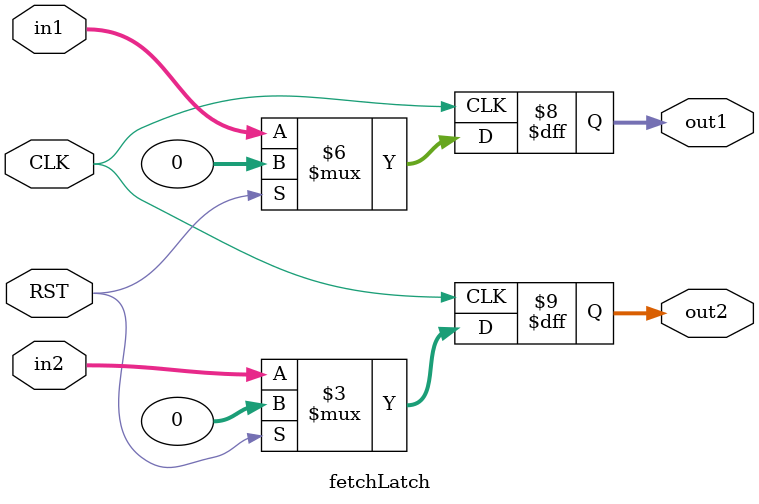
<source format=v>
`timescale 1ns / 1ps


module fetchLatch(
    output reg [31:0] out1,
    output reg [31:0] out2,
    input  wire [31:0] in1,
    input  wire [31:0] in2,
    input  wire        CLK,
    input  wire        RST
    );

    always @(posedge CLK) begin
        if (RST) begin
            out1 <= 32'h00000000;
            out2 <= 32'h00000000;
        end
        else begin
            out1 <= in1;
            out2 <= in2;
        end
    end
endmodule
</source>
